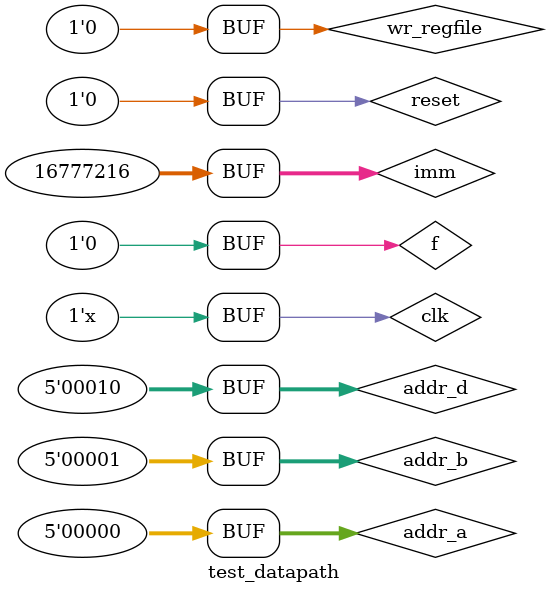
<source format=sv>
/* 
 * This file is part of the Processor Architecture (PA) course project
 * Copyright (c) 2018 Fabio Banchelli.
 * 
 * This program is free software: you can redistribute it and/or modify  
 * it under the terms of the GNU General Public License as published by  
 * the Free Software Foundation, version 3.
 *
 * This program is distributed in the hope that it will be useful, but 
 * WITHOUT ANY WARRANTY; without even the implied warranty of 
 * MERCHANTABILITY or FITNESS FOR A PARTICULAR PURPOSE. See the GNU 
 * General Public License for more details.
 *
 * You should have received a copy of the GNU General Public License 
 * along with this program. If not, see <http://www.gnu.org/licenses/>.
*/

module test_datapath;
parameter LENGTH = 32;
parameter  NREGS = 32;
parameter SEL_BITS = $clog2(NREGS);

reg [SEL_BITS-1:0] addr_a;
reg [SEL_BITS-1:0] addr_b;
reg [SEL_BITS-1:0] addr_d;

reg clk;
reg reset;
reg wr_regfile;

reg [LENGTH-1:0] imm;
reg f;

datapath #(.LENGTH(LENGTH), .NREGS(NREGS)) datapath_instance(
  .addr_a(addr_a), .addr_b(addr_b), .addr_d(addr_d),
  .clk(clk), .reset(reset), .wr_regfile(wr_regfile),
  .imm(imm), .f(f)
);

always begin
  #5 clk <= ~clk;
end

initial begin
  #5 clk <= 0;
  reset <= 0;
  wr_regfile <= 0;

  addr_a <= 0;
  addr_b <= 0;
  addr_d <= 0;

  #5  reset <= 1;
  #10 ;

  /**************************************************/
  /* LUI                                            */
  /**************************************************/ 
  #10 reset <= 0;
      imm <= 'hcac00000;
      f <= 1;
  
  #10 ;

  #10 addr_d <= 0;
      wr_regfile <= 1;

  #10 wr_regfile <= 0;
      imm <= 'h01000000;
      f <= 1;

  #10 ;

  #10 addr_d <= 1;
      wr_regfile <= 1;

  /**************************************************/
  /* ADD                                            */
  /**************************************************/

  /* DEC */
  #10 wr_regfile <= 0;
      f <= 0;
      addr_a <= 0;
      addr_b <= 1;
  
  /* ALU */
  #10 ;

  /* WR */
  #10 addr_d <= 2;
      wr_regfile <= 1;

  /* Epilog */
  #10 wr_regfile <= 0;
  #50 ;
end

endmodule

</source>
